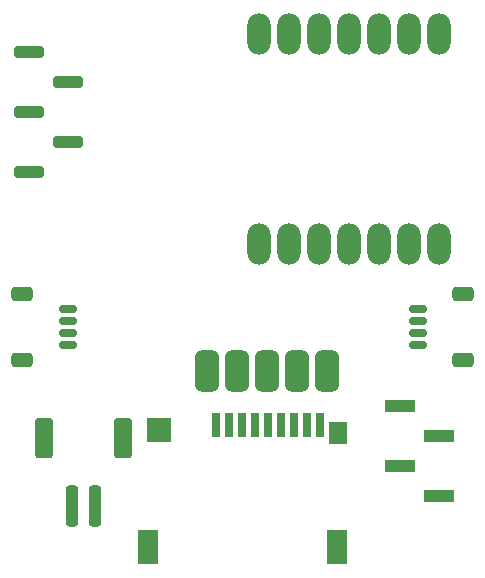
<source format=gbr>
%TF.GenerationSoftware,KiCad,Pcbnew,7.0.7-7.0.7~ubuntu22.04.1*%
%TF.CreationDate,2023-11-01T16:15:55-07:00*%
%TF.ProjectId,Wardriver-PCB,57617264-7269-4766-9572-2d5043422e6b,rev?*%
%TF.SameCoordinates,Original*%
%TF.FileFunction,Paste,Bot*%
%TF.FilePolarity,Positive*%
%FSLAX46Y46*%
G04 Gerber Fmt 4.6, Leading zero omitted, Abs format (unit mm)*
G04 Created by KiCad (PCBNEW 7.0.7-7.0.7~ubuntu22.04.1) date 2023-11-01 16:15:55*
%MOMM*%
%LPD*%
G01*
G04 APERTURE LIST*
G04 Aperture macros list*
%AMRoundRect*
0 Rectangle with rounded corners*
0 $1 Rounding radius*
0 $2 $3 $4 $5 $6 $7 $8 $9 X,Y pos of 4 corners*
0 Add a 4 corners polygon primitive as box body*
4,1,4,$2,$3,$4,$5,$6,$7,$8,$9,$2,$3,0*
0 Add four circle primitives for the rounded corners*
1,1,$1+$1,$2,$3*
1,1,$1+$1,$4,$5*
1,1,$1+$1,$6,$7*
1,1,$1+$1,$8,$9*
0 Add four rect primitives between the rounded corners*
20,1,$1+$1,$2,$3,$4,$5,0*
20,1,$1+$1,$4,$5,$6,$7,0*
20,1,$1+$1,$6,$7,$8,$9,0*
20,1,$1+$1,$8,$9,$2,$3,0*%
G04 Aperture macros list end*
%ADD10R,2.510000X1.000000*%
%ADD11RoundRect,0.500000X0.500000X1.250000X-0.500000X1.250000X-0.500000X-1.250000X0.500000X-1.250000X0*%
%ADD12RoundRect,0.150000X0.625000X-0.150000X0.625000X0.150000X-0.625000X0.150000X-0.625000X-0.150000X0*%
%ADD13RoundRect,0.250000X0.650000X-0.350000X0.650000X0.350000X-0.650000X0.350000X-0.650000X-0.350000X0*%
%ADD14R,0.700000X2.000000*%
%ADD15R,1.600000X1.900000*%
%ADD16R,1.700000X3.000000*%
%ADD17R,2.100000X2.000000*%
%ADD18O,2.000000X3.500000*%
%ADD19RoundRect,0.250000X-0.250000X-1.500000X0.250000X-1.500000X0.250000X1.500000X-0.250000X1.500000X0*%
%ADD20RoundRect,0.250001X-0.499999X-1.449999X0.499999X-1.449999X0.499999X1.449999X-0.499999X1.449999X0*%
%ADD21RoundRect,0.150000X-0.625000X0.150000X-0.625000X-0.150000X0.625000X-0.150000X0.625000X0.150000X0*%
%ADD22RoundRect,0.250000X-0.650000X0.350000X-0.650000X-0.350000X0.650000X-0.350000X0.650000X0.350000X0*%
%ADD23RoundRect,0.250000X-1.005000X0.250000X-1.005000X-0.250000X1.005000X-0.250000X1.005000X0.250000X0*%
G04 APERTURE END LIST*
D10*
%TO.C,J5*%
X13345000Y-15190000D03*
X16655000Y-17730000D03*
X13345000Y-20270000D03*
X16655000Y-22810000D03*
%TD*%
D11*
%TO.C,REF\u002A\u002A*%
X7130000Y-12250000D03*
X4590000Y-12250000D03*
X2050000Y-12250000D03*
X-490000Y-12250000D03*
X-3030000Y-12250000D03*
%TD*%
D12*
%TO.C,J3*%
X-14800000Y-10000000D03*
X-14800000Y-9000000D03*
X-14800000Y-8000000D03*
X-14800000Y-7000000D03*
D13*
X-18675000Y-11300000D03*
X-18675000Y-5700000D03*
%TD*%
D14*
%TO.C,J1*%
X-2250000Y-16800000D03*
X-1150000Y-16800000D03*
X-50000Y-16800000D03*
X1050000Y-16800000D03*
X2150000Y-16800000D03*
X3250000Y-16800000D03*
X4350000Y-16800000D03*
X5450000Y-16800000D03*
X6550000Y-16800000D03*
D15*
X8050000Y-17500000D03*
D16*
X8000000Y-27100000D03*
D17*
X-7100000Y-17200000D03*
D16*
X-8000000Y-27100000D03*
%TD*%
D18*
%TO.C,U1*%
X16645000Y-1480000D03*
X14105000Y-1480000D03*
X11565000Y-1480000D03*
X9025000Y-1480000D03*
X6485000Y-1480000D03*
X3945000Y-1480000D03*
X1405000Y-1480000D03*
X1405000Y16300000D03*
X3945000Y16300000D03*
X6485000Y16300000D03*
X9025000Y16300000D03*
X11565000Y16300000D03*
X14105000Y16300000D03*
X16645000Y16300000D03*
%TD*%
D19*
%TO.C,J2*%
X-14500000Y-23650000D03*
X-12500000Y-23650000D03*
D20*
X-16850000Y-17900000D03*
X-10150000Y-17900000D03*
%TD*%
D21*
%TO.C,J3*%
X14800000Y-7000000D03*
X14800000Y-8000000D03*
X14800000Y-9000000D03*
X14800000Y-10000000D03*
D22*
X18675000Y-5700000D03*
X18675000Y-11300000D03*
%TD*%
D23*
%TO.C,U2*%
X-18135000Y14780000D03*
X-14825000Y12240000D03*
X-18135000Y9700000D03*
X-14825000Y7160000D03*
X-18135000Y4620000D03*
%TD*%
M02*

</source>
